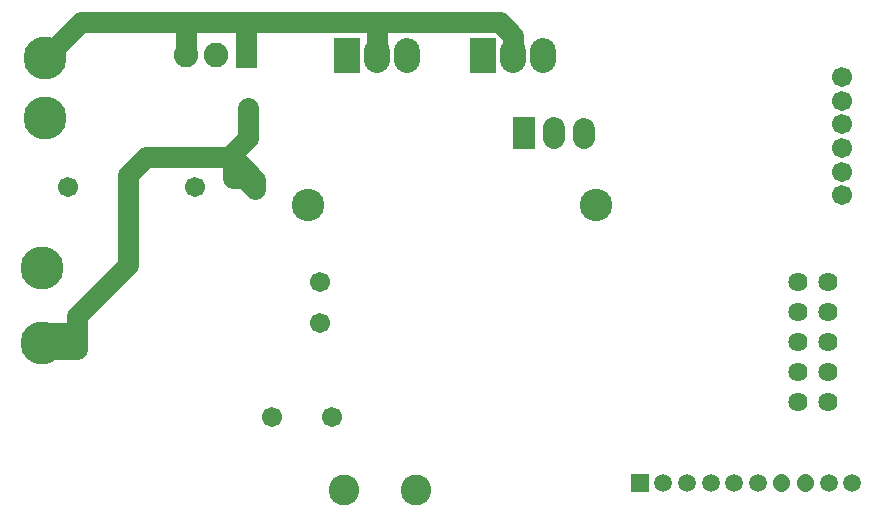
<source format=gbs>
G04 Layer: BottomSolderMaskLayer*
G04 EasyEDA v6.4.25, 2021-09-30T02:14:20--7:00*
G04 e4d4b5d2720f487c87a9f93e3858acc5,1c607ed5ed934db7a0414c4b005609ca,10*
G04 Gerber Generator version 0.2*
G04 Scale: 100 percent, Rotated: No, Reflected: No *
G04 Dimensions in inches *
G04 leading zeros omitted , absolute positions ,3 integer and 6 decimal *
%FSLAX36Y36*%
%MOIN*%

%ADD14C,0.0640*%
%ADD27C,0.0700*%
%ADD83C,0.0570*%
%ADD84C,0.0749*%
%ADD85C,0.0867*%
%ADD89C,0.0670*%
%ADD91C,0.0591*%
%ADD103C,0.0820*%
%ADD108C,0.1430*%
%ADD112C,0.1025*%
%ADD118C,0.1080*%

%LPD*%
D27*
X185000Y-205000D02*
G01*
X305000Y-85000D01*
X1700000Y-85000D01*
X1745000Y-130000D01*
X1745000Y-195000D01*
X460000Y-635000D02*
G01*
X460000Y-895000D01*
X290000Y-1065000D01*
X290000Y-1120000D01*
X290000Y-1070000D01*
X810000Y-535000D02*
G01*
X810000Y-520000D01*
X860000Y-470000D01*
X860000Y-370000D01*
X810000Y-605000D02*
G01*
X810000Y-535000D01*
X460000Y-635000D02*
G01*
X460000Y-595000D01*
X520000Y-535000D01*
X810000Y-535000D01*
X885000Y-610000D01*
X885000Y-640000D01*
X855000Y-195000D02*
G01*
X855000Y-110000D01*
X655000Y-195000D02*
G01*
X655000Y-110000D01*
X1290000Y-195000D02*
G01*
X1290000Y-107500D01*
X1292500Y-105000D01*
X810000Y-605000D02*
G01*
X850000Y-605000D01*
X885000Y-640000D01*
X290000Y-1120000D02*
G01*
X290000Y-1175000D01*
X290000Y-1120000D02*
G01*
X210000Y-1120000D01*
X180000Y-1150000D01*
X290000Y-1175000D02*
G01*
X205000Y-1175000D01*
X180000Y-1150000D01*
D83*
X2638109Y-1621059D02*
G01*
X2638109Y-1618940D01*
X2716850Y-1621059D02*
G01*
X2716850Y-1618940D01*
D84*
X1879210Y-439052D02*
G01*
X1879210Y-470547D01*
X1980789Y-439441D02*
G01*
X1980789Y-470938D01*
D85*
X1390000Y-179369D02*
G01*
X1390000Y-210630D01*
X1290000Y-179369D02*
G01*
X1290000Y-210630D01*
X1845000Y-179369D02*
G01*
X1845000Y-210630D01*
X1745000Y-179369D02*
G01*
X1745000Y-210630D01*
D14*
G01*
X2695000Y-950000D03*
G01*
X2795000Y-950000D03*
G01*
X2695000Y-1050000D03*
G01*
X2795000Y-1050000D03*
G01*
X2695000Y-1150000D03*
G01*
X2795000Y-1150000D03*
G01*
X2695000Y-1250000D03*
G01*
X2795000Y-1250000D03*
G01*
X2695000Y-1350000D03*
G01*
X2795000Y-1350000D03*
D89*
G01*
X2840000Y-583110D03*
G01*
X2840000Y-661849D03*
G01*
X2840000Y-504369D03*
G01*
X2840000Y-425630D03*
G01*
X2840000Y-346889D03*
G01*
X2840000Y-268150D03*
G36*
X2136099Y-1649600D02*
G01*
X2136099Y-1590399D01*
X2195200Y-1590399D01*
X2195200Y-1649600D01*
G37*
D91*
G01*
X2244409Y-1620000D03*
G01*
X2323149Y-1620000D03*
G01*
X2401890Y-1620000D03*
G01*
X2480630Y-1620000D03*
G01*
X2559369Y-1620000D03*
G01*
X2795590Y-1620000D03*
G01*
X2874330Y-1620000D03*
D89*
G01*
X1100000Y-951100D03*
G01*
X1100000Y-1088899D03*
G36*
X1741800Y-508000D02*
G01*
X1741800Y-401599D01*
X1816599Y-401599D01*
X1816599Y-508000D01*
G37*
G36*
X1146599Y-254000D02*
G01*
X1146599Y-135999D01*
X1233400Y-135999D01*
X1233400Y-254000D01*
G37*
G36*
X1601599Y-254000D02*
G01*
X1601599Y-135999D01*
X1688400Y-135999D01*
X1688400Y-254000D01*
G37*
G01*
X940000Y-1400000D03*
G01*
X1140000Y-1400000D03*
G01*
X260000Y-635000D03*
G01*
X460000Y-635000D03*
G01*
X685000Y-635000D03*
G01*
X885000Y-635000D03*
G36*
X819299Y-235999D02*
G01*
X819299Y-154000D01*
X890799Y-154000D01*
X890799Y-235999D01*
G37*
D103*
G01*
X755000Y-195000D03*
G01*
X655000Y-195000D03*
D108*
G01*
X185000Y-405000D03*
G01*
X185000Y-205000D03*
G01*
X175000Y-905000D03*
G01*
X175000Y-1155000D03*
D112*
G01*
X1420000Y-1645000D03*
G01*
X1180000Y-1645000D03*
D118*
G01*
X1060000Y-695000D03*
G01*
X2020000Y-695000D03*
M02*

</source>
